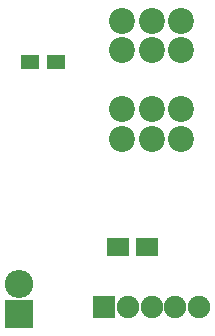
<source format=gbs>
G04 #@! TF.FileFunction,Soldermask,Bot*
%FSLAX46Y46*%
G04 Gerber Fmt 4.6, Leading zero omitted, Abs format (unit mm)*
G04 Created by KiCad (PCBNEW 4.0.4-1.fc24-product) date Mon Jan 15 12:15:06 2018*
%MOMM*%
%LPD*%
G01*
G04 APERTURE LIST*
%ADD10C,0.100000*%
%ADD11O,2.398980X2.398980*%
%ADD12R,2.398980X2.398980*%
%ADD13R,1.600000X1.300000*%
%ADD14R,1.900000X1.900000*%
%ADD15C,1.900000*%
%ADD16C,2.200000*%
%ADD17R,1.900000X1.650000*%
G04 APERTURE END LIST*
D10*
D11*
X140800000Y-117260000D03*
D12*
X140800000Y-119800000D03*
D13*
X143900000Y-98500000D03*
X141700000Y-98500000D03*
D14*
X148000000Y-119200000D03*
D15*
X150000000Y-119200000D03*
X152000000Y-119200000D03*
X154000000Y-119200000D03*
X156000000Y-119200000D03*
D16*
X154500000Y-105000000D03*
X152000000Y-105000000D03*
X149500000Y-105000000D03*
X149500000Y-95000000D03*
X152000000Y-95000000D03*
X154500000Y-95000000D03*
X149500000Y-97500000D03*
X152000000Y-97500000D03*
X154500000Y-97500000D03*
X149500000Y-102500000D03*
X152000000Y-102500000D03*
X154500000Y-102500000D03*
D17*
X149150000Y-114100000D03*
X151650000Y-114100000D03*
M02*

</source>
